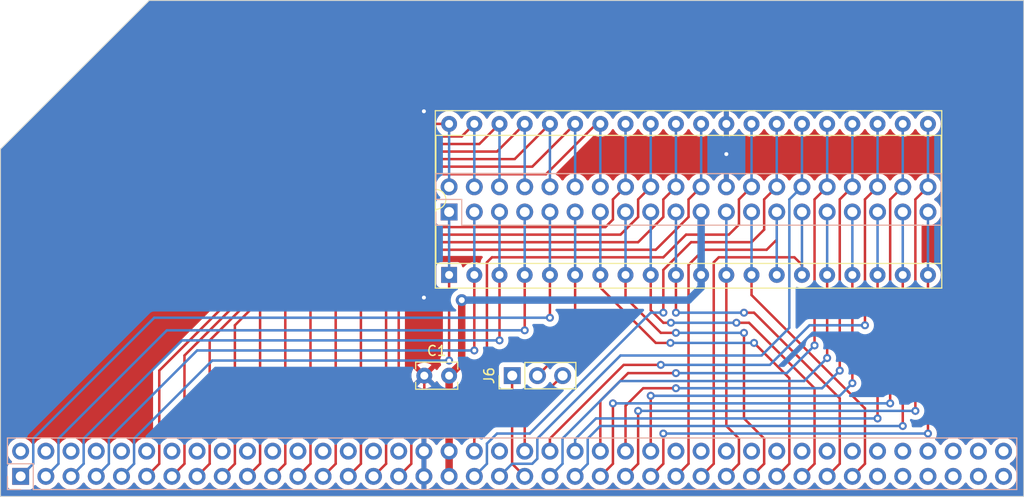
<source format=kicad_pcb>
(kicad_pcb (version 20221018) (generator pcbnew)
  (layers (0 "F.Cu" signal) (31 "B.Cu" signal) (34 "B.Paste" user) (35 "F.Paste" user) (36 "B.SilkS" user "B.Silkscreen") (37 "F.SilkS" user "F.Silkscreen") (38 "B.Mask" user) (39 "F.Mask" user) (44 "Edge.Cuts" user))
  (net 0 "")
  (net 18 "Net-(J2-~{CLK})")
  (net 19 "/D4")
  (net 20 "/D3")
  (net 21 "/D5")
  (net 22 "/D6")
  (net 23 "/D2")
  (net 24 "/D7")
  (net 25 "/D0")
  (net 26 "/D1")
  (net 27 "/A11")
  (net 28 "/A10")
  (net 29 "/A12")
  (net 30 "/A9")
  (net 31 "/A13")
  (net 32 "/A8")
  (net 33 "/A14")
  (net 34 "/A7")
  (net 35 "/A15")
  (net 36 "/A6")
  (net 37 "/A5")
  (net 38 "/A4")
  (net 39 "/A3")
  (net 40 "/A2")
  (net 41 "/A1")
  (net 42 "/A0")
  (net 43 "Net-(J1-~{CLK})")
  (net 44 "GND")
  (net 45 "VCC")
  (net 46 "Net-(J1-~{RFSH})")
  (net 47 "Net-(J1-~{M1})")
  (net 48 "Net-(J1-~{RESET})")
  (net 49 "Net-(J1-~{INT})")
  (net 50 "Net-(J1-~{BUSRQ})")
  (net 51 "Net-(J1-~{NMI})")
  (net 52 "Net-(J1-~{WAIT})")
  (net 53 "Net-(J1-~{HALT})")
  (net 54 "Net-(J1-~{BUSAK})")
  (net 55 "Net-(J1-~{MREQ})")
  (net 56 "Net-(J1-~{WR})")
  (net 57 "Net-(J1-~{IOREQ})")
  (net 58 "Net-(J1-~{RD})")
  (net 59 "Net-(J2-~{CLK2})")
  (footprint "Connector_PinHeader_2.54mm:PinHeader_1x03_P2.54mm_Vertical" (layer "F.Cu") (at 138.445 91.44 90)
    (fp_text reference "J6" (at 0 -2.33 90) (layer "F.SilkS"))
    (fp_text value "Conn_01x03_Pin" hide)
    (fp_line (start -1.33 -1.33) (end 0 -1.33) (stroke (width 0.12)) (layer "F.SilkS"))
    (fp_line (start -1.33 0) (end -1.33 -1.33) (stroke (width 0.12)) (layer "F.SilkS"))
    (fp_line (start -1.33 1.27) (end -1.33 6.41) (stroke (width 0.12)) (layer "F.SilkS"))
    (fp_line (start -1.33 1.27) (end 1.33 1.27) (stroke (width 0.12)) (layer "F.SilkS"))
    (fp_line (start -1.33 6.41) (end 1.33 6.41) (stroke (width 0.12)) (layer "F.SilkS"))
    (fp_line (start 1.33 1.27) (end 1.33 6.41) (stroke (width 0.12)) (layer "F.SilkS"))
    (pad "1" thru_hole rect (at 0 0 90) (size 1.7 1.7) (drill 1) (layers "*.Cu" "*.Mask") (net 18 "Net-(J2-~{CLK})"))
    (pad "2" thru_hole oval (at 0 2.54 90) (size 1.7 1.7) (drill 1) (layers "*.Cu" "*.Mask") (net 43 "Net-(J1-~{CLK})"))
    (pad "3" thru_hole oval (at 0 5.08 90) (size 1.7 1.7) (drill 1) (layers "*.Cu" "*.Mask") (net 59 "Net-(J2-~{CLK2})"))
  )
  (footprint "Capacitor_THT:C_Rect_L4.0mm_W2.5mm_P2.50mm" (layer "F.Cu") (at 129.58 91.44)
    (fp_text reference "C1" (at 1.25 -2.5) (layer "F.SilkS"))
    (fp_text value "100n")
    (fp_line (start -0.87 -1.37) (end -0.87 -0.665) (stroke (width 0.12)) (layer "F.SilkS"))
    (fp_line (start -0.87 -1.37) (end 3.37 -1.37) (stroke (width 0.12)) (layer "F.SilkS"))
    (fp_line (start -0.87 0.665) (end -0.87 1.37) (stroke (width 0.12)) (layer "F.SilkS"))
    (fp_line (start -0.87 1.37) (end 3.37 1.37) (stroke (width 0.12)) (layer "F.SilkS"))
    (fp_line (start 3.37 -1.37) (end 3.37 -0.665) (stroke (width 0.12)) (layer "F.SilkS"))
    (fp_line (start 3.37 0.665) (end 3.37 1.37) (stroke (width 0.12)) (layer "F.SilkS"))
    (pad "1" thru_hole circle (at 0 0) (size 1.6 1.6) (drill 0.8) (layers "*.Cu" "*.Mask") (net 44 "GND"))
    (pad "2" thru_hole circle (at 2.5 0) (size 1.6 1.6) (drill 0.8) (layers "*.Cu" "*.Mask") (net 45 "VCC"))
  )
  (footprint "Package_DIP:DIP-40_W15.24mm_Socket" (layer "F.Cu") (at 132.08 81.28 90)
    (fp_text reference "U1" hide)
    (fp_text value "Z80CPU" hide)
    (fp_line (start -1.33 -1.39) (end -1.33 49.65) (stroke (width 0.12)) (layer "F.SilkS"))
    (fp_line (start -1.33 49.65) (end 16.57 49.65) (stroke (width 0.12)) (layer "F.SilkS"))
    (fp_line (start 1.16 -1.33) (end 1.16 49.59) (stroke (width 0.12)) (layer "F.SilkS"))
    (fp_line (start 1.16 49.59) (end 14.08 49.59) (stroke (width 0.12)) (layer "F.SilkS"))
    (fp_line (start 6.62 -1.33) (end 1.16 -1.33) (stroke (width 0.12)) (layer "F.SilkS"))
    (fp_line (start 14.08 -1.33) (end 8.62 -1.33) (stroke (width 0.12)) (layer "F.SilkS"))
    (fp_line (start 14.08 49.59) (end 14.08 -1.33) (stroke (width 0.12)) (layer "F.SilkS"))
    (fp_line (start 16.57 -1.39) (end -1.33 -1.39) (stroke (width 0.12)) (layer "F.SilkS"))
    (fp_line (start 16.57 49.65) (end 16.57 -1.39) (stroke (width 0.12)) (layer "F.SilkS"))
    (fp_arc (start 8.62 -1.33) (mid 7.62 -0.33) (end 6.62 -1.33) (stroke (width 0.12)) (layer "F.SilkS"))
    (pad "1" thru_hole rect (at 0 0 90) (size 1.6 1.6) (drill 0.8) (layers "*.Cu" "*.Mask") (net 27 "/A11"))
    (pad "2" thru_hole oval (at 0 2.54 90) (size 1.6 1.6) (drill 0.8) (layers "*.Cu" "*.Mask") (net 29 "/A12"))
    (pad "3" thru_hole oval (at 0 5.08 90) (size 1.6 1.6) (drill 0.8) (layers "*.Cu" "*.Mask") (net 31 "/A13"))
    (pad "4" thru_hole oval (at 0 7.62 90) (size 1.6 1.6) (drill 0.8) (layers "*.Cu" "*.Mask") (net 33 "/A14"))
    (pad "5" thru_hole oval (at 0 10.16 90) (size 1.6 1.6) (drill 0.8) (layers "*.Cu" "*.Mask") (net 35 "/A15"))
    (pad "6" thru_hole oval (at 0 12.7 90) (size 1.6 1.6) (drill 0.8) (layers "*.Cu" "*.Mask") (net 43 "Net-(J1-~{CLK})"))
    (pad "7" thru_hole oval (at 0 15.24 90) (size 1.6 1.6) (drill 0.8) (layers "*.Cu" "*.Mask") (net 19 "/D4"))
    (pad "8" thru_hole oval (at 0 17.78 90) (size 1.6 1.6) (drill 0.8) (layers "*.Cu" "*.Mask") (net 20 "/D3"))
    (pad "9" thru_hole oval (at 0 20.32 90) (size 1.6 1.6) (drill 0.8) (layers "*.Cu" "*.Mask") (net 21 "/D5"))
    (pad "10" thru_hole oval (at 0 22.86 90) (size 1.6 1.6) (drill 0.8) (layers "*.Cu" "*.Mask") (net 22 "/D6"))
    (pad "11" thru_hole oval (at 0 25.4 90) (size 1.6 1.6) (drill 0.8) (layers "*.Cu" "*.Mask") (net 45 "VCC"))
    (pad "12" thru_hole oval (at 0 27.94 90) (size 1.6 1.6) (drill 0.8) (layers "*.Cu" "*.Mask") (net 23 "/D2"))
    (pad "13" thru_hole oval (at 0 30.48 90) (size 1.6 1.6) (drill 0.8) (layers "*.Cu" "*.Mask") (net 24 "/D7"))
    (pad "14" thru_hole oval (at 0 33.02 90) (size 1.6 1.6) (drill 0.8) (layers "*.Cu" "*.Mask") (net 25 "/D0"))
    (pad "15" thru_hole oval (at 0 35.56 90) (size 1.6 1.6) (drill 0.8) (layers "*.Cu" "*.Mask") (net 26 "/D1"))
    (pad "16" thru_hole oval (at 0 38.1 90) (size 1.6 1.6) (drill 0.8) (layers "*.Cu" "*.Mask") (net 49 "Net-(J1-~{INT})"))
    (pad "17" thru_hole oval (at 0 40.64 90) (size 1.6 1.6) (drill 0.8) (layers "*.Cu" "*.Mask") (net 51 "Net-(J1-~{NMI})"))
    (pad "18" thru_hole oval (at 0 43.18 90) (size 1.6 1.6) (drill 0.8) (layers "*.Cu" "*.Mask") (net 53 "Net-(J1-~{HALT})"))
    (pad "19" thru_hole oval (at 0 45.72 90) (size 1.6 1.6) (drill 0.8) (layers "*.Cu" "*.Mask") (net 55 "Net-(J1-~{MREQ})"))
    (pad "20" thru_hole oval (at 0 48.26 90) (size 1.6 1.6) (drill 0.8) (layers "*.Cu" "*.Mask") (net 57 "Net-(J1-~{IOREQ})"))
    (pad "21" thru_hole oval (at 15.24 48.26 90) (size 1.6 1.6) (drill 0.8) (layers "*.Cu" "*.Mask") (net 58 "Net-(J1-~{RD})"))
    (pad "22" thru_hole oval (at 15.24 45.72 90) (size 1.6 1.6) (drill 0.8) (layers "*.Cu" "*.Mask") (net 56 "Net-(J1-~{WR})"))
    (pad "23" thru_hole oval (at 15.24 43.18 90) (size 1.6 1.6) (drill 0.8) (layers "*.Cu" "*.Mask") (net 54 "Net-(J1-~{BUSAK})"))
    (pad "24" thru_hole oval (at 15.24 40.64 90) (size 1.6 1.6) (drill 0.8) (layers "*.Cu" "*.Mask") (net 52 "Net-(J1-~{WAIT})"))
    (pad "25" thru_hole oval (at 15.24 38.1 90) (size 1.6 1.6) (drill 0.8) (layers "*.Cu" "*.Mask") (net 50 "Net-(J1-~{BUSRQ})"))
    (pad "26" thru_hole oval (at 15.24 35.56 90) (size 1.6 1.6) (drill 0.8) (layers "*.Cu" "*.Mask") (net 48 "Net-(J1-~{RESET})"))
    (pad "27" thru_hole oval (at 15.24 33.02 90) (size 1.6 1.6) (drill 0.8) (layers "*.Cu" "*.Mask") (net 47 "Net-(J1-~{M1})"))
    (pad "28" thru_hole oval (at 15.24 30.48 90) (size 1.6 1.6) (drill 0.8) (layers "*.Cu" "*.Mask") (net 46 "Net-(J1-~{RFSH})"))
    (pad "29" thru_hole oval (at 15.24 27.94 90) (size 1.6 1.6) (drill 0.8) (layers "*.Cu" "*.Mask") (net 44 "GND"))
    (pad "30" thru_hole oval (at 15.24 25.4 90) (size 1.6 1.6) (drill 0.8) (layers "*.Cu" "*.Mask") (net 42 "/A0"))
    (pad "31" thru_hole oval (at 15.24 22.86 90) (size 1.6 1.6) (drill 0.8) (layers "*.Cu" "*.Mask") (net 41 "/A1"))
    (pad "32" thru_hole oval (at 15.24 20.32 90) (size 1.6 1.6) (drill 0.8) (layers "*.Cu" "*.Mask") (net 40 "/A2"))
    (pad "33" thru_hole oval (at 15.24 17.78 90) (size 1.6 1.6) (drill 0.8) (layers "*.Cu" "*.Mask") (net 39 "/A3"))
    (pad "34" thru_hole oval (at 15.24 15.24 90) (size 1.6 1.6) (drill 0.8) (layers "*.Cu" "*.Mask") (net 38 "/A4"))
    (pad "35" thru_hole oval (at 15.24 12.7 90) (size 1.6 1.6) (drill 0.8) (layers "*.Cu" "*.Mask") (net 37 "/A5"))
    (pad "36" thru_hole oval (at 15.24 10.16 90) (size 1.6 1.6) (drill 0.8) (layers "*.Cu" "*.Mask") (net 36 "/A6"))
    (pad "37" thru_hole oval (at 15.24 7.62 90) (size 1.6 1.6) (drill 0.8) (layers "*.Cu" "*.Mask") (net 34 "/A7"))
    (pad "38" thru_hole oval (at 15.24 5.08 90) (size 1.6 1.6) (drill 0.8) (layers "*.Cu" "*.Mask") (net 32 "/A8"))
    (pad "39" thru_hole oval (at 15.24 2.54 90) (size 1.6 1.6) (drill 0.8) (layers "*.Cu" "*.Mask") (net 30 "/A9"))
    (pad "40" thru_hole oval (at 15.24 0 90) (size 1.6 1.6) (drill 0.8) (layers "*.Cu" "*.Mask") (net 28 "/A10"))
  )
  (footprint "Connector_PinSocket_2.54mm:PinSocket_2x20_P2.54mm_Vertical" (layer "B.Cu") (at 132.08 74.93 -90)
    (fp_text reference "J1" hide)
    (fp_text value "Z80_Header" hide)
    (fp_line (start -3.87 -49.59) (end 1.33 -49.59) (stroke (width 0.12)) (layer "B.SilkS"))
    (fp_line (start -3.87 1.33) (end -3.87 -49.59) (stroke (width 0.12)) (layer "B.SilkS"))
    (fp_line (start -3.87 1.33) (end -1.27 1.33) (stroke (width 0.12)) (layer "B.SilkS"))
    (fp_line (start -1.27 -1.27) (end 1.33 -1.27) (stroke (width 0.12)) (layer "B.SilkS"))
    (fp_line (start -1.27 1.33) (end -1.27 -1.27) (stroke (width 0.12)) (layer "B.SilkS"))
    (fp_line (start 0 1.33) (end 1.33 1.33) (stroke (width 0.12)) (layer "B.SilkS"))
    (fp_line (start 1.33 -1.27) (end 1.33 -49.59) (stroke (width 0.12)) (layer "B.SilkS"))
    (fp_line (start 1.33 1.33) (end 1.33 0) (stroke (width 0.12)) (layer "B.SilkS"))
    (pad "1" thru_hole rect (at 0 0 270) (size 1.7 1.7) (drill 1) (layers "*.Cu" "*.Mask") (net 27 "/A11"))
    (pad "2" thru_hole oval (at -2.54 0 270) (size 1.7 1.7) (drill 1) (layers "*.Cu" "*.Mask") (net 28 "/A10"))
    (pad "3" thru_hole oval (at 0 -2.54 270) (size 1.7 1.7) (drill 1) (layers "*.Cu" "*.Mask") (net 29 "/A12"))
    (pad "4" thru_hole oval (at -2.54 -2.54 270) (size 1.7 1.7) (drill 1) (layers "*.Cu" "*.Mask") (net 30 "/A9"))
    (pad "5" thru_hole oval (at 0 -5.08 270) (size 1.7 1.7) (drill 1) (layers "*.Cu" "*.Mask") (net 31 "/A13"))
    (pad "6" thru_hole oval (at -2.54 -5.08 270) (size 1.7 1.7) (drill 1) (layers "*.Cu" "*.Mask") (net 32 "/A8"))
    (pad "7" thru_hole oval (at 0 -7.62 270) (size 1.7 1.7) (drill 1) (layers "*.Cu" "*.Mask") (net 33 "/A14"))
    (pad "8" thru_hole oval (at -2.54 -7.62 270) (size 1.7 1.7) (drill 1) (layers "*.Cu" "*.Mask") (net 34 "/A7"))
    (pad "9" thru_hole oval (at 0 -10.16 270) (size 1.7 1.7) (drill 1) (layers "*.Cu" "*.Mask") (net 35 "/A15"))
    (pad "10" thru_hole oval (at -2.54 -10.16 270) (size 1.7 1.7) (drill 1) (layers "*.Cu" "*.Mask") (net 36 "/A6"))
    (pad "11" thru_hole oval (at 0 -12.7 270) (size 1.7 1.7) (drill 1) (layers "*.Cu" "*.Mask") (net 43 "Net-(J1-~{CLK})"))
    (pad "12" thru_hole oval (at -2.54 -12.7 270) (size 1.7 1.7) (drill 1) (layers "*.Cu" "*.Mask") (net 37 "/A5"))
    (pad "13" thru_hole oval (at 0 -15.24 270) (size 1.7 1.7) (drill 1) (layers "*.Cu" "*.Mask") (net 19 "/D4"))
    (pad "14" thru_hole oval (at -2.54 -15.24 270) (size 1.7 1.7) (drill 1) (layers "*.Cu" "*.Mask") (net 38 "/A4"))
    (pad "15" thru_hole oval (at 0 -17.78 270) (size 1.7 1.7) (drill 1) (layers "*.Cu" "*.Mask") (net 20 "/D3"))
    (pad "16" thru_hole oval (at -2.54 -17.78 270) (size 1.7 1.7) (drill 1) (layers "*.Cu" "*.Mask") (net 39 "/A3"))
    (pad "17" thru_hole oval (at 0 -20.32 270) (size 1.7 1.7) (drill 1) (layers "*.Cu" "*.Mask") (net 21 "/D5"))
    (pad "18" thru_hole oval (at -2.54 -20.32 270) (size 1.7 1.7) (drill 1) (layers "*.Cu" "*.Mask") (net 40 "/A2"))
    (pad "19" thru_hole oval (at 0 -22.86 270) (size 1.7 1.7) (drill 1) (layers "*.Cu" "*.Mask") (net 22 "/D6"))
    (pad "20" thru_hole oval (at -2.54 -22.86 270) (size 1.7 1.7) (drill 1) (layers "*.Cu" "*.Mask") (net 41 "/A1"))
    (pad "21" thru_hole oval (at 0 -25.4 270) (size 1.7 1.7) (drill 1) (layers "*.Cu" "*.Mask") (net 45 "VCC"))
    (pad "22" thru_hole oval (at -2.54 -25.4 270) (size 1.7 1.7) (drill 1) (layers "*.Cu" "*.Mask") (net 42 "/A0"))
    (pad "23" thru_hole oval (at 0 -27.94 270) (size 1.7 1.7) (drill 1) (layers "*.Cu" "*.Mask") (net 23 "/D2"))
    (pad "24" thru_hole oval (at -2.54 -27.94 270) (size 1.7 1.7) (drill 1) (layers "*.Cu" "*.Mask") (net 44 "GND"))
    (pad "25" thru_hole oval (at 0 -30.48 270) (size 1.7 1.7) (drill 1) (layers "*.Cu" "*.Mask") (net 24 "/D7"))
    (pad "26" thru_hole oval (at -2.54 -30.48 270) (size 1.7 1.7) (drill 1) (layers "*.Cu" "*.Mask") (net 46 "Net-(J1-~{RFSH})"))
    (pad "27" thru_hole oval (at 0 -33.02 270) (size 1.7 1.7) (drill 1) (layers "*.Cu" "*.Mask") (net 25 "/D0"))
    (pad "28" thru_hole oval (at -2.54 -33.02 270) (size 1.7 1.7) (drill 1) (layers "*.Cu" "*.Mask") (net 47 "Net-(J1-~{M1})"))
    (pad "29" thru_hole oval (at 0 -35.56 270) (size 1.7 1.7) (drill 1) (layers "*.Cu" "*.Mask") (net 26 "/D1"))
    (pad "30" thru_hole oval (at -2.54 -35.56 270) (size 1.7 1.7) (drill 1) (layers "*.Cu" "*.Mask") (net 48 "Net-(J1-~{RESET})"))
    (pad "31" thru_hole oval (at 0 -38.1 270) (size 1.7 1.7) (drill 1) (layers "*.Cu" "*.Mask") (net 49 "Net-(J1-~{INT})"))
    (pad "32" thru_hole oval (at -2.54 -38.1 270) (size 1.7 1.7) (drill 1) (layers "*.Cu" "*.Mask") (net 50 "Net-(J1-~{BUSRQ})"))
    (pad "33" thru_hole oval (at 0 -40.64 270) (size 1.7 1.7) (drill 1) (layers "*.Cu" "*.Mask") (net 51 "Net-(J1-~{NMI})"))
    (pad "34" thru_hole oval (at -2.54 -40.64 270) (size 1.7 1.7) (drill 1) (layers "*.Cu" "*.Mask") (net 52 "Net-(J1-~{WAIT})"))
    (pad "35" thru_hole oval (at 0 -43.18 270) (size 1.7 1.7) (drill 1) (layers "*.Cu" "*.Mask") (net 53 "Net-(J1-~{HALT})"))
    (pad "36" thru_hole oval (at -2.54 -43.18 270) (size 1.7 1.7) (drill 1) (layers "*.Cu" "*.Mask") (net 54 "Net-(J1-~{BUSAK})"))
    (pad "37" thru_hole oval (at 0 -45.72 270) (size 1.7 1.7) (drill 1) (layers "*.Cu" "*.Mask") (net 55 "Net-(J1-~{MREQ})"))
    (pad "38" thru_hole oval (at -2.54 -45.72 270) (size 1.7 1.7) (drill 1) (layers "*.Cu" "*.Mask") (net 56 "Net-(J1-~{WR})"))
    (pad "39" thru_hole oval (at 0 -48.26 270) (size 1.7 1.7) (drill 1) (layers "*.Cu" "*.Mask") (net 57 "Net-(J1-~{IOREQ})"))
    (pad "40" thru_hole oval (at -2.54 -48.26 270) (size 1.7 1.7) (drill 1) (layers "*.Cu" "*.Mask") (net 58 "Net-(J1-~{RD})"))
  )
  (footprint "Connector_PinSocket_2.54mm:PinSocket_2x40_P2.54mm_Vertical" (layer "B.Cu") (at 88.9 101.6 -90)
    (fp_text reference "J2" hide)
    (fp_text value "Z80_RC2014_Bus" hide)
    (fp_line (start -3.87 -100.39) (end 1.33 -100.39) (stroke (width 0.12)) (layer "B.SilkS"))
    (fp_line (start -3.87 1.33) (end -3.87 -100.39) (stroke (width 0.12)) (layer "B.SilkS"))
    (fp_line (start -3.87 1.33) (end -1.27 1.33) (stroke (width 0.12)) (layer "B.SilkS"))
    (fp_line (start -1.27 -1.27) (end 1.33 -1.27) (stroke (width 0.12)) (layer "B.SilkS"))
    (fp_line (start -1.27 1.33) (end -1.27 -1.27) (stroke (width 0.12)) (layer "B.SilkS"))
    (fp_line (start 0 1.33) (end 1.33 1.33) (stroke (width 0.12)) (layer "B.SilkS"))
    (fp_line (start 1.33 -1.27) (end 1.33 -100.39) (stroke (width 0.12)) (layer "B.SilkS"))
    (fp_line (start 1.33 1.33) (end 1.33 0) (stroke (width 0.12)) (layer "B.SilkS"))
    (pad "1" thru_hole rect (at 0 0 270) (size 1.7 1.7) (drill 1) (layers "*.Cu" "*.Mask") (net 35 "/A15"))
    (pad "2" thru_hole oval (at -2.54 0 270) (size 1.7 1.7) (drill 1) (layers "*.Cu" "*.Mask"))
    (pad "3" thru_hole oval (at 0 -2.54 270) (size 1.7 1.7) (drill 1) (layers "*.Cu" "*.Mask") (net 33 "/A14"))
    (pad "4" thru_hole oval (at -2.54 -2.54 270) (size 1.7 1.7) (drill 1) (layers "*.Cu" "*.Mask"))
    (pad "5" thru_hole oval (at 0 -5.08 270) (size 1.7 1.7) (drill 1) (layers "*.Cu" "*.Mask") (net 31 "/A13"))
    (pad "6" thru_hole oval (at -2.54 -5.08 270) (size 1.7 1.7) (drill 1) (layers "*.Cu" "*.Mask"))
    (pad "7" thru_hole oval (at 0 -7.62 270) (size 1.7 1.7) (drill 1) (layers "*.Cu" "*.Mask") (net 29 "/A12"))
    (pad "8" thru_hole oval (at -2.54 -7.62 270) (size 1.7 1.7) (drill 1) (layers "*.Cu" "*.Mask"))
    (pad "9" thru_hole oval (at 0 -10.16 270) (size 1.7 1.7) (drill 1) (layers "*.Cu" "*.Mask") (net 27 "/A11"))
    (pad "10" thru_hole oval (at -2.54 -10.16 270) (size 1.7 1.7) (drill 1) (layers "*.Cu" "*.Mask"))
    (pad "11" thru_hole oval (at 0 -12.7 270) (size 1.7 1.7) (drill 1) (layers "*.Cu" "*.Mask") (net 28 "/A10"))
    (pad "12" thru_hole oval (at -2.54 -12.7 270) (size 1.7 1.7) (drill 1) (layers "*.Cu" "*.Mask"))
    (pad "13" thru_hole oval (at 0 -15.24 270) (size 1.7 1.7) (drill 1) (layers "*.Cu" "*.Mask") (net 30 "/A9"))
    (pad "14" thru_hole oval (at -2.54 -15.24 270) (size 1.7 1.7) (drill 1) (layers "*.Cu" "*.Mask"))
    (pad "15" thru_hole oval (at 0 -17.78 270) (size 1.7 1.7) (drill 1) (layers "*.Cu" "*.Mask") (net 32 "/A8"))
    (pad "16" thru_hole oval (at -2.54 -17.78 270) (size 1.7 1.7) (drill 1) (layers "*.Cu" "*.Mask"))
    (pad "17" thru_hole oval (at 0 -20.32 270) (size 1.7 1.7) (drill 1) (layers "*.Cu" "*.Mask") (net 34 "/A7"))
    (pad "18" thru_hole oval (at -2.54 -20.32 270) (size 1.7 1.7) (drill 1) (layers "*.Cu" "*.Mask"))
    (pad "19" thru_hole oval (at 0 -22.86 270) (size 1.7 1.7) (drill 1) (layers "*.Cu" "*.Mask") (net 36 "/A6"))
    (pad "20" thru_hole oval (at -2.54 -22.86 270) (size 1.7 1.7) (drill 1) (layers "*.Cu" "*.Mask"))
    (pad "21" thru_hole oval (at 0 -25.4 270) (size 1.7 1.7) (drill 1) (layers "*.Cu" "*.Mask") (net 37 "/A5"))
    (pad "22" thru_hole oval (at -2.54 -25.4 270) (size 1.7 1.7) (drill 1) (layers "*.Cu" "*.Mask"))
    (pad "23" thru_hole oval (at 0 -27.94 270) (size 1.7 1.7) (drill 1) (layers "*.Cu" "*.Mask") (net 38 "/A4"))
    (pad "24" thru_hole oval (at -2.54 -27.94 270) (size 1.7 1.7) (drill 1) (layers "*.Cu" "*.Mask"))
    (pad "25" thru_hole oval (at 0 -30.48 270) (size 1.7 1.7) (drill 1) (layers "*.Cu" "*.Mask") (net 39 "/A3"))
    (pad "26" thru_hole oval (at -2.54 -30.48 270) (size 1.7 1.7) (drill 1) (layers "*.Cu" "*.Mask"))
    (pad "27" thru_hole oval (at 0 -33.02 270) (size 1.7 1.7) (drill 1) (layers "*.Cu" "*.Mask") (net 40 "/A2"))
    (pad "28" thru_hole oval (at -2.54 -33.02 270) (size 1.7 1.7) (drill 1) (layers "*.Cu" "*.Mask"))
    (pad "29" thru_hole oval (at 0 -35.56 270) (size 1.7 1.7) (drill 1) (layers "*.Cu" "*.Mask") (net 41 "/A1"))
    (pad "30" thru_hole oval (at -2.54 -35.56 270) (size 1.7 1.7) (drill 1) (layers "*.Cu" "*.Mask"))
    (pad "31" thru_hole oval (at 0 -38.1 270) (size 1.7 1.7) (drill 1) (layers "*.Cu" "*.Mask") (net 42 "/A0"))
    (pad "32" thru_hole oval (at -2.54 -38.1 270) (size 1.7 1.7) (drill 1) (layers "*.Cu" "*.Mask"))
    (pad "33" thru_hole oval (at 0 -40.64 270) (size 1.7 1.7) (drill 1) (layers "*.Cu" "*.Mask") (net 44 "GND"))
    (pad "34" thru_hole oval (at -2.54 -40.64 270) (size 1.7 1.7) (drill 1) (layers "*.Cu" "*.Mask") (net 44 "GND"))
    (pad "35" thru_hole oval (at 0 -43.18 270) (size 1.7 1.7) (drill 1) (layers "*.Cu" "*.Mask") (net 45 "VCC"))
    (pad "36" thru_hole oval (at -2.54 -43.18 270) (size 1.7 1.7) (drill 1) (layers "*.Cu" "*.Mask") (net 45 "VCC"))
    (pad "37" thru_hole oval (at 0 -45.72 270) (size 1.7 1.7) (drill 1) (layers "*.Cu" "*.Mask") (net 47 "Net-(J1-~{M1})"))
    (pad "38" thru_hole oval (at -2.54 -45.72 270) (size 1.7 1.7) (drill 1) (layers "*.Cu" "*.Mask") (net 46 "Net-(J1-~{RFSH})"))
    (pad "39" thru_hole oval (at 0 -48.26 270) (size 1.7 1.7) (drill 1) (layers "*.Cu" "*.Mask") (net 48 "Net-(J1-~{RESET})"))
    (pad "40" thru_hole oval (at -2.54 -48.26 270) (size 1.7 1.7) (drill 1) (layers "*.Cu" "*.Mask"))
    (pad "41" thru_hole oval (at 0 -50.8 270) (size 1.7 1.7) (drill 1) (layers "*.Cu" "*.Mask") (net 18 "Net-(J2-~{CLK})"))
    (pad "42" thru_hole oval (at -2.54 -50.8 270) (size 1.7 1.7) (drill 1) (layers "*.Cu" "*.Mask") (net 59 "Net-(J2-~{CLK2})"))
    (pad "43" thru_hole oval (at 0 -53.34 270) (size 1.7 1.7) (drill 1) (layers "*.Cu" "*.Mask") (net 49 "Net-(J1-~{INT})"))
    (pad "44" thru_hole oval (at -2.54 -53.34 270) (size 1.7 1.7) (drill 1) (layers "*.Cu" "*.Mask") (net 54 "Net-(J1-~{BUSAK})"))
    (pad "45" thru_hole oval (at 0 -55.88 270) (size 1.7 1.7) (drill 1) (layers "*.Cu" "*.Mask") (net 55 "Net-(J1-~{MREQ})"))
    (pad "46" thru_hole oval (at -2.54 -55.88 270) (size 1.7 1.7) (drill 1) (layers "*.Cu" "*.Mask") (net 53 "Net-(J1-~{HALT})"))
    (pad "47" thru_hole oval (at 0 -58.42 270) (size 1.7 1.7) (drill 1) (layers "*.Cu" "*.Mask") (net 56 "Net-(J1-~{WR})"))
    (pad "48" thru_hole oval (at -2.54 -58.42 270) (size 1.7 1.7) (drill 1) (layers "*.Cu" "*.Mask") (net 50 "Net-(J1-~{BUSRQ})"))
    (pad "49" thru_hole oval (at 0 -60.96 270) (size 1.7 1.7) (drill 1) (layers "*.Cu" "*.Mask") (net 58 "Net-(J1-~{RD})"))
    (pad "50" thru_hole oval (at -2.54 -60.96 270) (size 1.7 1.7) (drill 1) (layers "*.Cu" "*.Mask") (net 52 "Net-(J1-~{WAIT})"))
    (pad "51" thru_hole oval (at 0 -63.5 270) (size 1.7 1.7) (drill 1) (layers "*.Cu" "*.Mask") (net 57 "Net-(J1-~{IOREQ})"))
    (pad "52" thru_hole oval (at -2.54 -63.5 270) (size 1.7 1.7) (drill 1) (layers "*.Cu" "*.Mask") (net 51 "Net-(J1-~{NMI})"))
    (pad "53" thru_hole oval (at 0 -66.04 270) (size 1.7 1.7) (drill 1) (layers "*.Cu" "*.Mask") (net 25 "/D0"))
    (pad "54" thru_hole oval (at -2.54 -66.04 270) (size 1.7 1.7) (drill 1) (layers "*.Cu" "*.Mask"))
    (pad "55" thru_hole oval (at 0 -68.58 270) (size 1.7 1.7) (drill 1) (layers "*.Cu" "*.Mask") (net 26 "/D1"))
    (pad "56" thru_hole oval (at -2.54 -68.58 270) (size 1.7 1.7) (drill 1) (layers "*.Cu" "*.Mask"))
    (pad "57" thru_hole oval (at 0 -71.12 270) (size 1.7 1.7) (drill 1) (layers "*.Cu" "*.Mask") (net 23 "/D2"))
    (pad "58" thru_hole oval (at -2.54 -71.12 270) (size 1.7 1.7) (drill 1) (layers "*.Cu" "*.Mask"))
    (pad "59" thru_hole oval (at 0 -73.66 270) (size 1.7 1.7) (drill 1) (layers "*.Cu" "*.Mask") (net 20 "/D3"))
    (pad "60" thru_hole oval (at -2.54 -73.66 270) (size 1.7 1.7) (drill 1) (layers "*.Cu" "*.Mask"))
    (pad "61" thru_hole oval (at 0 -76.2 270) (size 1.7 1.7) (drill 1) (layers "*.Cu" "*.Mask") (net 19 "/D4"))
    (pad "62" thru_hole oval (at -2.54 -76.2 270) (size 1.7 1.7) (drill 1) (layers "*.Cu" "*.Mask"))
    (pad "63" thru_hole oval (at 0 -78.74 270) (size 1.7 1.7) (drill 1) (layers "*.Cu" "*.Mask") (net 21 "/D5"))
    (pad "64" thru_hole oval (at -2.54 -78.74 270) (size 1.7 1.7) (drill 1) (layers "*.Cu" "*.Mask"))
    (pad "65" thru_hole oval (at 0 -81.28 270) (size 1.7 1.7) (drill 1) (layers "*.Cu" "*.Mask") (net 22 "/D6"))
    (pad "66" thru_hole oval (at -2.54 -81.28 270) (size 1.7 1.7) (drill 1) (layers "*.Cu" "*.Mask"))
    (pad "67" thru_hole oval (at 0 -83.82 270) (size 1.7 1.7) (drill 1) (layers "*.Cu" "*.Mask") (net 24 "/D7"))
    (pad "68" thru_hole oval (at -2.54 -83.82 270) (size 1.7 1.7) (drill 1) (layers "*.Cu" "*.Mask"))
    (pad "69" thru_hole oval (at 0 -86.36 270) (size 1.7 1.7) (drill 1) (layers "*.Cu" "*.Mask"))
    (pad "70" thru_hole oval (at -2.54 -86.36 270) (size 1.7 1.7) (drill 1) (layers "*.Cu" "*.Mask"))
    (pad "71" thru_hole oval (at 0 -88.9 270) (size 1.7 1.7) (drill 1) (layers "*.Cu" "*.Mask"))
    (pad "72" thru_hole oval (at -2.54 -88.9 270) (size 1.7 1.7) (drill 1) (layers "*.Cu" "*.Mask"))
    (pad "73" thru_hole oval (at 0 -91.44 270) (size 1.7 1.7) (drill 1) (layers "*.Cu" "*.Mask"))
    (pad "74" thru_hole oval (at -2.54 -91.44 270) (size 1.7 1.7) (drill 1) (layers "*.Cu" "*.Mask"))
    (pad "75" thru_hole oval (at 0 -93.98 270) (size 1.7 1.7) (drill 1) (layers "*.Cu" "*.Mask"))
    (pad "76" thru_hole oval (at -2.54 -93.98 270) (size 1.7 1.7) (drill 1) (layers "*.Cu" "*.Mask"))
    (pad "77" thru_hole oval (at 0 -96.52 270) (size 1.7 1.7) (drill 1) (layers "*.Cu" "*.Mask"))
    (pad "78" thru_hole oval (at -2.54 -96.52 270) (size 1.7 1.7) (drill 1) (layers "*.Cu" "*.Mask"))
    (pad "79" thru_hole oval (at 0 -99.06 270) (size 1.7 1.7) (drill 1) (layers "*.Cu" "*.Mask"))
    (pad "80" thru_hole oval (at -2.54 -99.06 270) (size 1.7 1.7) (drill 1) (layers "*.Cu" "*.Mask"))
  )
  (gr_line (start 86.868 103.632) (end 86.868 68.58) (stroke (width 0.1)) (layer "Edge.Cuts"))
  (gr_line (start 101.854 53.594) (end 86.868 68.58) (stroke (width 0.1)) (layer "Edge.Cuts"))
  (gr_line (start 86.868 103.632) (end 189.992 103.632) (stroke (width 0.1)) (layer "Edge.Cuts"))
  (gr_line (start 189.992 103.632) (end 189.992 53.594) (stroke (width 0.1)) (layer "Edge.Cuts"))
  (gr_line (start 189.992 53.594) (end 101.854 53.594) (stroke (width 0.1)) (layer "Edge.Cuts"))
  (segment (start 138.43 100.33) (end 139.7 101.6) (width 0.25) (layer "F.Cu") (net 18))
  (segment (start 138.43 91.44) (end 138.43 100.33) (width 0.25) (layer "F.Cu") (net 18))
  (segment (start 166.37 91.694) (end 166.37 100.33) (width 0.25) (layer "F.Cu") (net 19))
  (segment (start 152.908 88.138) (end 147.32 82.55) (width 0.25) (layer "F.Cu") (net 19))
  (segment (start 162.814 88.138) (end 166.37 91.694) (width 0.25) (layer "F.Cu") (net 19))
  (segment (start 147.32 82.55) (end 147.32 81.28) (width 0.25) (layer "F.Cu") (net 19))
  (segment (start 154.385299 88.138) (end 152.908 88.138) (width 0.25) (layer "F.Cu") (net 19))
  (segment (start 166.37 100.33) (end 165.1 101.6) (width 0.25) (layer "F.Cu") (net 19))
  (via (at 162.814 88.138) (size 0.8) (drill 0.4) (layers "F.Cu" "B.Cu") (net 19))
  (via (at 154.385299 88.138) (size 0.8) (drill 0.4) (layers "F.Cu" "B.Cu") (net 19))
  (segment (start 147.32 81.28) (end 147.32 74.93) (width 0.25) (layer "B.Cu") (net 19))
  (segment (start 162.814 88.138) (end 154.385299 88.138) (width 0.25) (layer "B.Cu") (net 19))
  (segment (start 163.83 97.79) (end 163.83 100.33) (width 0.25) (layer "F.Cu") (net 20))
  (segment (start 154.94 87.122) (end 153.416 87.122) (width 0.25) (layer "F.Cu") (net 20))
  (segment (start 163.83 100.33) (end 162.56 101.6) (width 0.25) (layer "F.Cu") (net 20))
  (segment (start 161.798 87.122) (end 161.798 95.758) (width 0.25) (layer "F.Cu") (net 20))
  (segment (start 161.798 95.758) (end 163.83 97.79) (width 0.25) (layer "F.Cu") (net 20))
  (segment (start 149.86 83.566) (end 149.86 81.28) (width 0.25) (layer "F.Cu") (net 20))
  (segment (start 153.416 87.122) (end 149.86 83.566) (width 0.25) (layer "F.Cu") (net 20))
  (via (at 161.798 87.122) (size 0.8) (drill 0.4) (layers "F.Cu" "B.Cu") (net 20))
  (via (at 154.94 87.122) (size 0.8) (drill 0.4) (layers "F.Cu" "B.Cu") (net 20))
  (segment (start 161.798 87.122) (end 154.94 87.122) (width 0.25) (layer "B.Cu") (net 20))
  (segment (start 149.86 74.93) (end 149.86 81.28) (width 0.25) (layer "B.Cu") (net 20))
  (segment (start 162.306 86.106) (end 168.91 92.71) (width 0.25) (layer "F.Cu") (net 21))
  (segment (start 153.67 86.106) (end 152.4 84.836) (width 0.25) (layer "F.Cu") (net 21))
  (segment (start 168.91 92.71) (end 168.91 100.33) (width 0.25) (layer "F.Cu") (net 21))
  (segment (start 152.4 84.836) (end 152.4 81.28) (width 0.25) (layer "F.Cu") (net 21))
  (segment (start 168.91 100.33) (end 167.64 101.6) (width 0.25) (layer "F.Cu") (net 21))
  (segment (start 154.432 86.106) (end 153.67 86.106) (width 0.25) (layer "F.Cu") (net 21))
  (segment (start 161.036 86.106) (end 162.306 86.106) (width 0.25) (layer "F.Cu") (net 21))
  (via (at 154.432 86.106) (size 0.8) (drill 0.4) (layers "F.Cu" "B.Cu") (net 21))
  (via (at 161.036 86.106) (size 0.8) (drill 0.4) (layers "F.Cu" "B.Cu") (net 21))
  (segment (start 152.4 81.28) (end 152.4 74.93) (width 0.25) (layer "B.Cu") (net 21))
  (segment (start 161.036 86.106) (end 154.432 86.106) (width 0.25) (layer "B.Cu") (net 21))
  (segment (start 161.798 85.09) (end 162.814 85.09) (width 0.25) (layer "F.Cu") (net 22))
  (segment (start 154.94 85.09) (end 154.94 81.28) (width 0.25) (layer "F.Cu") (net 22))
  (segment (start 171.45 100.33) (end 170.18 101.6) (width 0.25) (layer "F.Cu") (net 22))
  (segment (start 171.45 93.726) (end 171.45 100.33) (width 0.25) (layer "F.Cu") (net 22))
  (segment (start 162.814 85.09) (end 171.45 93.726) (width 0.25) (layer "F.Cu") (net 22))
  (via (at 154.94 85.09) (size 0.8) (drill 0.4) (layers "F.Cu" "B.Cu") (net 22))
  (via (at 161.798 85.09) (size 0.8) (drill 0.4) (layers "F.Cu" "B.Cu") (net 22))
  (segment (start 154.94 74.93) (end 154.94 81.28) (width 0.25) (layer "B.Cu") (net 22))
  (segment (start 161.798 85.09) (end 154.94 85.09) (width 0.25) (layer "B.Cu") (net 22))
  (segment (start 160.02 81.28) (end 160.02 96.52) (width 0.25) (layer "F.Cu") (net 23))
  (segment (start 161.29 97.79) (end 161.29 100.33) (width 0.25) (layer "F.Cu") (net 23))
  (segment (start 160.02 96.52) (end 161.29 97.79) (width 0.25) (layer "F.Cu") (net 23))
  (segment (start 161.29 100.33) (end 160.02 101.6) (width 0.25) (layer "F.Cu") (net 23))
  (segment (start 160.02 81.28) (end 160.02 74.93) (width 0.25) (layer "B.Cu") (net 23))
  (segment (start 173.99 100.33) (end 173.99 94.742) (width 0.25) (layer "F.Cu") (net 24))
  (segment (start 162.56 83.312) (end 162.56 81.28) (width 0.25) (layer "F.Cu") (net 24))
  (segment (start 172.72 101.6) (end 173.99 100.33) (width 0.25) (layer "F.Cu") (net 24))
  (segment (start 173.99 94.742) (end 162.56 83.312) (width 0.25) (layer "F.Cu") (net 24))
  (segment (start 162.56 74.93) (end 162.56 81.28) (width 0.25) (layer "B.Cu") (net 24))
  (segment (start 154.94 101.6) (end 156.21 100.33) (width 0.25) (layer "F.Cu") (net 25))
  (segment (start 156.21 80.264) (end 157.734 78.74) (width 0.25) (layer "F.Cu") (net 25))
  (segment (start 156.21 100.33) (end 156.21 80.264) (width 0.25) (layer "F.Cu") (net 25))
  (segment (start 157.734 78.74) (end 164.084 78.74) (width 0.25) (layer "F.Cu") (net 25))
  (segment (start 165.1 77.724) (end 165.1 74.93) (width 0.25) (layer "F.Cu") (net 25))
  (segment (start 164.084 78.74) (end 165.1 77.724) (width 0.25) (layer "F.Cu") (net 25))
  (segment (start 165.1 81.28) (end 165.1 74.93) (width 0.25) (layer "B.Cu") (net 25))
  (segment (start 166.878 79.502) (end 167.64 80.264) (width 0.25) (layer "F.Cu") (net 26))
  (segment (start 159.258 79.502) (end 166.878 79.502) (width 0.25) (layer "F.Cu") (net 26))
  (segment (start 157.48 101.6) (end 158.75 100.33) (width 0.25) (layer "F.Cu") (net 26))
  (segment (start 158.75 80.01) (end 159.258 79.502) (width 0.25) (layer "F.Cu") (net 26))
  (segment (start 158.75 100.33) (end 158.75 80.01) (width 0.25) (layer "F.Cu") (net 26))
  (segment (start 167.64 80.264) (end 167.64 81.28) (width 0.25) (layer "F.Cu") (net 26))
  (segment (start 167.64 74.93) (end 167.64 81.28) (width 0.25) (layer "B.Cu") (net 26))
  (segment (start 132.08 89.916) (end 132.08 81.28) (width 0.25) (layer "F.Cu") (net 27))
  (via (at 132.08 89.916) (size 0.8) (drill 0.4) (layers "F.Cu" "B.Cu") (net 27))
  (segment (start 100.33 97.79) (end 108.204 89.916) (width 0.25) (layer "B.Cu") (net 27))
  (segment (start 108.204 89.916) (end 132.08 89.916) (width 0.25) (layer "B.Cu") (net 27))
  (segment (start 100.33 100.33) (end 100.33 97.79) (width 0.25) (layer "B.Cu") (net 27))
  (segment (start 99.06 101.6) (end 100.33 100.33) (width 0.25) (layer "B.Cu") (net 27))
  (segment (start 132.08 81.28) (end 132.08 74.93) (width 0.25) (layer "B.Cu") (net 27))
  (segment (start 127.762 66.04) (end 102.87 90.932) (width 0.25) (layer "F.Cu") (net 28))
  (segment (start 102.87 100.33) (end 101.6 101.6) (width 0.25) (layer "F.Cu") (net 28))
  (segment (start 132.08 66.04) (end 127.762 66.04) (width 0.25) (layer "F.Cu") (net 28))
  (segment (start 102.87 90.932) (end 102.87 100.33) (width 0.25) (layer "F.Cu") (net 28))
  (segment (start 132.08 66.04) (end 132.08 72.39) (width 0.25) (layer "B.Cu") (net 28))
  (segment (start 134.62 88.9) (end 134.62 81.28) (width 0.25) (layer "F.Cu") (net 29))
  (via (at 134.62 88.9) (size 0.8) (drill 0.4) (layers "F.Cu" "B.Cu") (net 29))
  (segment (start 134.62 74.93) (end 134.62 81.28) (width 0.25) (layer "B.Cu") (net 29))
  (segment (start 106.68 88.9) (end 134.62 88.9) (width 0.25) (layer "B.Cu") (net 29))
  (segment (start 96.52 101.6) (end 97.79 100.33) (width 0.25) (layer "B.Cu") (net 29))
  (segment (start 97.79 97.79) (end 106.68 88.9) (width 0.25) (layer "B.Cu") (net 29))
  (segment (start 97.79 100.33) (end 97.79 97.79) (width 0.25) (layer "B.Cu") (net 29))
  (segment (start 134.62 66.04) (end 133.35 67.31) (width 0.25) (layer "F.Cu") (net 30))
  (segment (start 127.508 67.31) (end 105.41 89.408) (width 0.25) (layer "F.Cu") (net 30))
  (segment (start 133.35 67.31) (end 127.508 67.31) (width 0.25) (layer "F.Cu") (net 30))
  (segment (start 105.41 89.408) (end 105.41 100.33) (width 0.25) (layer "F.Cu") (net 30))
  (segment (start 105.41 100.33) (end 104.14 101.6) (width 0.25) (layer "F.Cu") (net 30))
  (segment (start 134.62 72.39) (end 134.62 66.04) (width 0.25) (layer "B.Cu") (net 30))
  (segment (start 137.16 87.884) (end 137.16 81.28) (width 0.25) (layer "F.Cu") (net 31))
  (via (at 137.16 87.884) (size 0.8) (drill 0.4) (layers "F.Cu" "B.Cu") (net 31))
  (segment (start 93.98 101.6) (end 95.25 100.33) (width 0.25) (layer "B.Cu") (net 31))
  (segment (start 105.156 87.884) (end 137.16 87.884) (width 0.25) (layer "B.Cu") (net 31))
  (segment (start 95.25 100.33) (end 95.25 97.79) (width 0.25) (layer "B.Cu") (net 31))
  (segment (start 95.25 97.79) (end 105.156 87.884) (width 0.25) (layer "B.Cu") (net 31))
  (segment (start 137.16 81.28) (end 137.16 74.93) (width 0.25) (layer "B.Cu") (net 31))
  (segment (start 107.95 87.884) (end 107.95 100.33) (width 0.25) (layer "F.Cu") (net 32))
  (segment (start 107.95 100.33) (end 106.68 101.6) (width 0.25) (layer "F.Cu") (net 32))
  (segment (start 137.16 66.04) (end 135.128 68.072) (width 0.25) (layer "F.Cu") (net 32))
  (segment (start 135.128 68.072) (end 127.762 68.072) (width 0.25) (layer "F.Cu") (net 32))
  (segment (start 127.762 68.072) (end 107.95 87.884) (width 0.25) (layer "F.Cu") (net 32))
  (segment (start 137.16 66.04) (end 137.16 72.39) (width 0.25) (layer "B.Cu") (net 32))
  (segment (start 139.7 86.868) (end 139.7 81.28) (width 0.25) (layer "F.Cu") (net 33))
  (via (at 139.7 86.868) (size 0.8) (drill 0.4) (layers "F.Cu" "B.Cu") (net 33))
  (segment (start 92.71 97.79) (end 103.632 86.868) (width 0.25) (layer "B.Cu") (net 33))
  (segment (start 92.71 100.33) (end 92.71 97.79) (width 0.25) (layer "B.Cu") (net 33))
  (segment (start 91.44 101.6) (end 92.71 100.33) (width 0.25) (layer "B.Cu") (net 33))
  (segment (start 103.632 86.868) (end 139.7 86.868) (width 0.25) (layer "B.Cu") (net 33))
  (segment (start 139.7 74.93) (end 139.7 81.28) (width 0.25) (layer "B.Cu") (net 33))
  (segment (start 128.016 68.834) (end 110.49 86.36) (width 0.25) (layer "F.Cu") (net 34))
  (segment (start 136.906 68.834) (end 128.016 68.834) (width 0.25) (layer "F.Cu") (net 34))
  (segment (start 110.49 86.36) (end 110.49 100.33) (width 0.25) (layer "F.Cu") (net 34))
  (segment (start 110.49 100.33) (end 109.22 101.6) (width 0.25) (layer "F.Cu") (net 34))
  (segment (start 139.7 66.04) (end 136.906 68.834) (width 0.25) (layer "F.Cu") (net 34))
  (segment (start 139.7 72.39) (end 139.7 66.04) (width 0.25) (layer "B.Cu") (net 34))
  (segment (start 142.24 85.598) (end 142.24 81.28) (width 0.25) (layer "F.Cu") (net 35))
  (via (at 142.24 85.598) (size 0.8) (drill 0.4) (layers "F.Cu" "B.Cu") (net 35))
  (segment (start 102.362 85.598) (end 142.24 85.598) (width 0.25) (layer "B.Cu") (net 35))
  (segment (start 90.17 97.79) (end 102.362 85.598) (width 0.25) (layer "B.Cu") (net 35))
  (segment (start 142.24 81.28) (end 142.24 74.93) (width 0.25) (layer "B.Cu") (net 35))
  (segment (start 88.9 101.6) (end 90.17 100.33) (width 0.25) (layer "B.Cu") (net 35))
  (segment (start 90.17 100.33) (end 90.17 97.79) (width 0.25) (layer "B.Cu") (net 35))
  (segment (start 138.684 69.596) (end 128.27 69.596) (width 0.25) (layer "F.Cu") (net 36))
  (segment (start 142.24 66.04) (end 138.684 69.596) (width 0.25) (layer "F.Cu") (net 36))
  (segment (start 128.27 69.596) (end 113.03 84.836) (width 0.25) (layer "F.Cu") (net 36))
  (segment (start 113.03 84.836) (end 113.03 100.33) (width 0.25) (layer "F.Cu") (net 36))
  (segment (start 113.03 100.33) (end 111.76 101.6) (width 0.25) (layer "F.Cu") (net 36))
  (segment (start 142.24 66.04) (end 142.24 72.39) (width 0.25) (layer "B.Cu") (net 36))
  (segment (start 115.57 83.312) (end 115.57 100.33) (width 0.25) (layer "F.Cu") (net 37))
  (segment (start 128.524 70.358) (end 115.57 83.312) (width 0.25) (layer "F.Cu") (net 37))
  (segment (start 115.57 100.33) (end 114.3 101.6) (width 0.25) (layer "F.Cu") (net 37))
  (segment (start 144.78 66.04) (end 140.462 70.358) (width 0.25) (layer "F.Cu") (net 37))
  (segment (start 140.462 70.358) (end 128.524 70.358) (width 0.25) (layer "F.Cu") (net 37))
  (segment (start 144.78 72.39) (end 144.78 66.04) (width 0.25) (layer "B.Cu") (net 37))
  (segment (start 118.11 81.788) (end 118.11 100.33) (width 0.25) (layer "F.Cu") (net 38))
  (segment (start 146.928299 66.04) (end 141.848299 71.12) (width 0.25) (layer "F.Cu") (net 38))
  (segment (start 128.778 71.12) (end 118.11 81.788) (width 0.25) (layer "F.Cu") (net 38))
  (segment (start 118.11 100.33) (end 116.84 101.6) (width 0.25) (layer "F.Cu") (net 38))
  (segment (start 141.848299 71.12) (end 128.778 71.12) (width 0.25) (layer "F.Cu") (net 38))
  (segment (start 147.32 66.04) (end 146.928299 66.04) (width 0.25) (layer "F.Cu") (net 38))
  (segment (start 147.32 66.04) (end 147.32 72.39) (width 0.25) (layer "B.Cu") (net 38))
  (segment (start 120.65 100.33) (end 119.38 101.6) (width 0.25) (layer "F.Cu") (net 39))
  (segment (start 148.59 73.66) (end 148.59 75.692) (width 0.25) (layer "F.Cu") (net 39))
  (segment (start 128.016 76.454) (end 120.65 83.82) (width 0.25) (layer "F.Cu") (net 39))
  (segment (start 148.59 75.692) (end 147.828 76.454) (width 0.25) (layer "F.Cu") (net 39))
  (segment (start 147.828 76.454) (end 128.016 76.454) (width 0.25) (layer "F.Cu") (net 39))
  (segment (start 120.65 83.82) (end 120.65 100.33) (width 0.25) (layer "F.Cu") (net 39))
  (segment (start 149.86 72.39) (end 148.59 73.66) (width 0.25) (layer "F.Cu") (net 39))
  (segment (start 149.86 72.39) (end 149.86 66.04) (width 0.25) (layer "B.Cu") (net 39))
  (segment (start 152.4 72.39) (end 151.13 73.66) (width 0.25) (layer "F.Cu") (net 40))
  (segment (start 123.19 82.55) (end 123.19 100.33) (width 0.25) (layer "F.Cu") (net 40))
  (segment (start 151.13 75.438) (end 149.352 77.216) (width 0.25) (layer "F.Cu") (net 40))
  (segment (start 123.19 100.33) (end 121.92 101.6) (width 0.25) (layer "F.Cu") (net 40))
  (segment (start 128.524 77.216) (end 123.19 82.55) (width 0.25) (layer "F.Cu") (net 40))
  (segment (start 149.352 77.216) (end 128.524 77.216) (width 0.25) (layer "F.Cu") (net 40))
  (segment (start 151.13 73.66) (end 151.13 75.438) (width 0.25) (layer "F.Cu") (net 40))
  (segment (start 152.4 66.04) (end 152.4 72.39) (width 0.25) (layer "B.Cu") (net 40))
  (segment (start 154.94 72.39) (end 153.67 73.66) (width 0.25) (layer "F.Cu") (net 41))
  (segment (start 129.032 77.978) (end 125.73 81.28) (width 0.25) (layer "F.Cu") (net 41))
  (segment (start 153.67 73.66) (end 153.67 75.438) (width 0.25) (layer "F.Cu") (net 41))
  (segment (start 153.67 75.438) (end 151.13 77.978) (width 0.25) (layer "F.Cu") (net 41))
  (segment (start 125.73 100.33) (end 124.46 101.6) (width 0.25) (layer "F.Cu") (net 41))
  (segment (start 125.73 81.28) (end 125.73 100.33) (width 0.25) (layer "F.Cu") (net 41))
  (segment (start 151.13 77.978) (end 129.032 77.978) (width 0.25) (layer "F.Cu") (net 41))
  (segment (start 154.94 72.39) (end 154.94 66.04) (width 0.25) (layer "B.Cu") (net 41))
  (segment (start 129.54 78.74) (end 127 81.28) (width 0.25) (layer "F.Cu") (net 42))
  (segment (start 127 81.28) (end 127 96.52) (width 0.25) (layer "F.Cu") (net 42))
  (segment (start 156.21 75.438) (end 152.908 78.74) (width 0.25) (layer "F.Cu") (net 42))
  (segment (start 152.908 78.74) (end 129.54 78.74) (width 0.25) (layer "F.Cu") (net 42))
  (segment (start 127 96.52) (end 128.27 97.79) (width 0.25) (layer "F.Cu") (net 42))
  (segment (start 156.21 73.66) (end 156.21 75.438) (width 0.25) (layer "F.Cu") (net 42))
  (segment (start 128.27 97.79) (end 128.27 100.33) (width 0.25) (layer "F.Cu") (net 42))
  (segment (start 128.27 100.33) (end 127 101.6) (width 0.25) (layer "F.Cu") (net 42))
  (segment (start 157.48 72.39) (end 156.21 73.66) (width 0.25) (layer "F.Cu") (net 42))
  (segment (start 157.48 66.04) (end 157.48 72.39) (width 0.25) (layer "B.Cu") (net 42))
  (segment (start 144.78 87.645) (end 140.985 91.44) (width 0.25) (layer "F.Cu") (net 43))
  (segment (start 144.78 81.28) (end 144.78 87.645) (width 0.25) (layer "F.Cu") (net 43))
  (segment (start 144.78 74.93) (end 144.78 81.28) (width 0.25) (layer "B.Cu") (net 43))
  (segment (start 129.54 91.48) (end 129.58 91.44) (width 0.75) (layer "F.Cu") (net 44))
  (segment (start 129.58 91.44) (end 129.58 93.98) (width 0.25) (layer "F.Cu") (net 44))
  (via (at 160.02 69.088) (size 0.8) (drill 0.4) (layers "F.Cu" "B.Cu") (net 44))
  (via (at 129.54 83.566) (size 0.8) (drill 0.4) (layers "F.Cu" "B.Cu") (net 44))
  (via (at 129.54 64.77) (size 0.8) (drill 0.4) (layers "F.Cu" "B.Cu") (net 44))
  (segment (start 132.08 91.44) (end 132.08 101.6) (width 0.75) (layer "F.Cu") (net 45))
  (segment (start 133.35 90.17) (end 132.08 91.44) (width 0.75) (layer "F.Cu") (net 45))
  (segment (start 133.35 83.82) (end 133.35 90.17) (width 0.75) (layer "F.Cu") (net 45))
  (via (at 133.35 83.82) (size 1.2) (drill 0.6) (layers "F.Cu" "B.Cu") (net 45))
  (segment (start 156.21 83.82) (end 157.48 82.55) (width 0.75) (layer "B.Cu") (net 45))
  (segment (start 157.48 82.55) (end 157.48 81.28) (width 0.75) (layer "B.Cu") (net 45))
  (segment (start 133.35 83.82) (end 156.21 83.82) (width 0.75) (layer "B.Cu") (net 45))
  (segment (start 157.48 74.93) (end 157.48 81.28) (width 0.75) (layer "B.Cu") (net 45))
  (segment (start 136.398 79.502) (end 135.89 80.01) (width 0.25) (layer "F.Cu") (net 46))
  (segment (start 162.56 72.39) (end 161.29 73.66) (width 0.25) (layer "F.Cu") (net 46))
  (segment (start 161.29 73.66) (end 161.29 76.2) (width 0.25) (layer "F.Cu") (net 46))
  (segment (start 134.62 97.79) (end 134.62 99.06) (width 0.25) (layer "F.Cu") (net 46))
  (segment (start 161.29 76.2) (end 160.274 77.216) (width 0.25) (layer "F.Cu") (net 46))
  (segment (start 155.956 77.216) (end 153.67 79.502) (width 0.25) (layer "F.Cu") (net 46))
  (segment (start 160.274 77.216) (end 155.956 77.216) (width 0.25) (layer "F.Cu") (net 46))
  (segment (start 153.67 79.502) (end 136.398 79.502) (width 0.25) (layer "F.Cu") (net 46))
  (segment (start 135.89 96.52) (end 134.62 97.79) (width 0.25) (layer "F.Cu") (net 46))
  (segment (start 135.89 80.01) (end 135.89 96.52) (width 0.25) (layer "F.Cu") (net 46))
  (segment (start 162.56 66.04) (end 162.56 72.39) (width 0.25) (layer "B.Cu") (net 46))
  (segment (start 162.56 77.978) (end 163.83 76.708) (width 0.25) (layer "F.Cu") (net 47))
  (segment (start 153.67 85.09) (end 153.67 80.772) (width 0.25) (layer "F.Cu") (net 47))
  (segment (start 156.464 77.978) (end 162.56 77.978) (width 0.25) (layer "F.Cu") (net 47))
  (segment (start 163.83 73.66) (end 165.1 72.39) (width 0.25) (layer "F.Cu") (net 47))
  (segment (start 163.83 76.708) (end 163.83 73.66) (width 0.25) (layer "F.Cu") (net 47))
  (segment (start 153.674653 85.085347) (end 153.67 85.09) (width 0.25) (layer "F.Cu") (net 47))
  (segment (start 153.67 80.772) (end 156.464 77.978) (width 0.25) (layer "F.Cu") (net 47))
  (via (at 153.674653 85.085347) (size 0.8) (drill 0.4) (layers "F.Cu" "B.Cu") (net 47))
  (segment (start 136.906 97.282) (end 135.89 98.298) (width 0.25) (layer "B.Cu") (net 47))
  (segment (start 140.208 97.282) (end 136.906 97.282) (width 0.25) (layer "B.Cu") (net 47))
  (segment (start 135.89 98.298) (end 135.89 100.33) (width 0.25) (layer "B.Cu") (net 47))
  (segment (start 135.89 100.33) (end 134.62 101.6) (width 0.25) (layer "B.Cu") (net 47))
  (segment (start 165.1 72.39) (end 165.1 66.04) (width 0.25) (layer "B.Cu") (net 47))
  (segment (start 153.674653 85.085347) (end 152.404653 85.085347) (width 0.25) (layer "B.Cu") (net 47))
  (segment (start 152.404653 85.085347) (end 140.208 97.282) (width 0.25) (layer "B.Cu") (net 47))
  (segment (start 166.37 73.66) (end 166.37 86.614) (width 0.25) (layer "B.Cu") (net 48))
  (segment (start 149.352 89.408) (end 140.97 97.79) (width 0.25) (layer "B.Cu") (net 48))
  (segment (start 166.37 86.614) (end 163.576 89.408) (width 0.25) (layer "B.Cu") (net 48))
  (segment (start 140.97 97.79) (end 140.97 99.822) (width 0.25) (layer "B.Cu") (net 48))
  (segment (start 167.64 66.04) (end 167.64 72.39) (width 0.25) (layer "B.Cu") (net 48))
  (segment (start 163.576 89.408) (end 149.352 89.408) (width 0.25) (layer "B.Cu") (net 48))
  (segment (start 140.462 100.33) (end 138.43 100.33) (width 0.25) (layer "B.Cu") (net 48))
  (segment (start 167.64 72.39) (end 166.37 73.66) (width 0.25) (layer "B.Cu") (net 48))
  (segment (start 140.97 99.822) (end 140.462 100.33) (width 0.25) (layer "B.Cu") (net 48))
  (segment (start 138.43 100.33) (end 137.16 101.6) (width 0.25) (layer "B.Cu") (net 48))
  (segment (start 170.18 81.28) (end 170.18 89.662) (width 0.25) (layer "F.Cu") (net 49))
  (via (at 170.18 89.662) (size 0.8) (drill 0.4) (layers "F.Cu" "B.Cu") (net 49))
  (segment (start 170.18 81.28) (end 170.18 74.93) (width 0.25) (layer "B.Cu") (net 49))
  (segment (start 170.18 89.662) (end 167.857 91.985) (width 0.25) (layer "B.Cu") (net 49))
  (segment (start 143.51 97.79) (end 143.51 100.33) (width 0.25) (layer "B.Cu") (net 49))
  (segment (start 143.51 100.33) (end 142.24 101.6) (width 0.25) (layer "B.Cu") (net 49))
  (segment (start 149.315 91.985) (end 143.51 97.79) (width 0.25) (layer "B.Cu") (net 49))
  (segment (start 167.857 91.985) (end 149.315 91.985) (width 0.25) (layer "B.Cu") (net 49))
  (segment (start 147.32 93.98) (end 150.114 91.186) (width 0.25) (layer "F.Cu") (net 50))
  (segment (start 168.91 73.66) (end 170.18 72.39) (width 0.25) (layer "F.Cu") (net 50))
  (segment (start 150.114 91.186) (end 154.94 91.186) (width 0.25) (layer "F.Cu") (net 50))
  (segment (start 147.32 99.06) (end 147.32 93.98) (width 0.25) (layer "F.Cu") (net 50))
  (segment (start 168.91 88.392) (end 168.91 73.66) (width 0.25) (layer "F.Cu") (net 50))
  (via (at 154.94 91.186) (size 0.8) (drill 0.4) (layers "F.Cu" "B.Cu") (net 50))
  (via (at 168.91 88.392) (size 0.8) (drill 0.4) (layers "F.Cu" "B.Cu") (net 50))
  (segment (start 154.94 91.186) (end 166.116 91.186) (width 0.25) (layer "B.Cu") (net 50))
  (segment (start 170.18 72.39) (end 170.18 66.04) (width 0.25) (layer "B.Cu") (net 50))
  (segment (start 166.116 91.186) (end 168.91 88.392) (width 0.25) (layer "B.Cu") (net 50))
  (segment (start 172.72 92.202) (end 172.72 81.28) (width 0.25) (layer "F.Cu") (net 51))
  (segment (start 152.4 99.06) (end 152.4 93.472) (width 0.25) (layer "F.Cu") (net 51))
  (via (at 152.4 93.472) (size 0.8) (drill 0.4) (layers "F.Cu" "B.Cu") (net 51))
  (via (at 172.72 92.202) (size 0.8) (drill 0.4) (layers "F.Cu" "B.Cu") (net 51))
  (segment (start 171.45 93.472) (end 172.72 92.202) (width 0.25) (layer "B.Cu") (net 51))
  (segment (start 172.72 74.93) (end 172.72 81.28) (width 0.25) (layer "B.Cu") (net 51))
  (segment (start 152.4 93.472) (end 171.45 93.472) (width 0.25) (layer "B.Cu") (net 51))
  (segment (start 151.638 92.71) (end 149.86 94.488) (width 0.25) (layer "F.Cu") (net 52))
  (segment (start 172.72 72.39) (end 171.45 73.66) (width 0.25) (layer "F.Cu") (net 52))
  (segment (start 154.94 92.71) (end 151.638 92.71) (width 0.25) (layer "F.Cu") (net 52))
  (segment (start 171.45 73.66) (end 171.45 90.932) (width 0.25) (layer "F.Cu") (net 52))
  (segment (start 149.86 94.488) (end 149.86 99.06) (width 0.25) (layer "F.Cu") (net 52))
  (via (at 154.94 92.71) (size 0.8) (drill 0.4) (layers "F.Cu" "B.Cu") (net 52))
  (via (at 171.45 90.932) (size 0.8) (drill 0.4) (layers "F.Cu" "B.Cu") (net 52))
  (segment (start 171.45 90.932) (end 171.45 90.678) (width 0.25) (layer "B.Cu") (net 52))
  (segment (start 172.72 66.04) (end 172.72 72.39) (width 0.25) (layer "B.Cu") (net 52))
  (segment (start 154.94 92.71) (end 169.672 92.71) (width 0.25) (layer "B.Cu") (net 52))
  (segment (start 169.672 92.71) (end 171.45 90.932) (width 0.25) (layer "B.Cu") (net 52))
  (segment (start 175.26 81.28) (end 175.26 95.758) (width 0.25) (layer "F.Cu") (net 53))
  (via (at 175.26 95.758) (size 0.8) (drill 0.4) (layers "F.Cu" "B.Cu") (net 53))
  (segment (start 175.26 81.28) (end 175.26 74.93) (width 0.25) (layer "B.Cu") (net 53))
  (segment (start 146.879919 95.758) (end 144.78 97.857919) (width 0.25) (layer "B.Cu") (net 53))
  (segment (start 144.78 97.857919) (end 144.78 99.06) (width 0.25) (layer "B.Cu") (net 53))
  (segment (start 175.26 95.758) (end 146.879919 95.758) (width 0.25) (layer "B.Cu") (net 53))
  (segment (start 175.26 72.39) (end 173.99 73.66) (width 0.25) (layer "F.Cu") (net 54))
  (segment (start 153.416 90.353948) (end 149.676052 90.353948) (width 0.25) (layer "F.Cu") (net 54))
  (segment (start 142.24 97.79) (end 142.24 99.06) (width 0.25) (layer "F.Cu") (net 54))
  (segment (start 149.676052 90.353948) (end 142.24 97.79) (width 0.25) (layer "F.Cu") (net 54))
  (segment (start 173.99 73.66) (end 173.99 86.36) (width 0.25) (layer "F.Cu") (net 54))
  (via (at 173.99 86.36) (size 0.8) (drill 0.4) (layers "F.Cu" "B.Cu") (net 54))
  (via (at 153.416 90.353948) (size 0.8) (drill 0.4) (layers "F.Cu" "B.Cu") (net 54))
  (segment (start 175.26 72.39) (end 175.26 66.04) (width 0.25) (layer "B.Cu") (net 54))
  (segment (start 153.416 90.353948) (end 164.408052 90.353948) (width 0.25) (layer "B.Cu") (net 54))
  (segment (start 164.408052 90.353948) (end 168.402 86.36) (width 0.25) (layer "B.Cu") (net 54))
  (segment (start 168.402 86.36) (end 173.99 86.36) (width 0.25) (layer "B.Cu") (net 54))
  (segment (start 177.8 81.28) (end 177.8 96.52) (width 0.25) (layer "F.Cu") (net 55))
  (via (at 177.8 96.52) (size 0.8) (drill 0.4) (layers "F.Cu" "B.Cu") (net 55))
  (segment (start 146.05 97.79) (end 146.05 100.33) (width 0.25) (layer "B.Cu") (net 55))
  (segment (start 146.05 100.33) (end 144.78 101.6) (width 0.25) (layer "B.Cu") (net 55))
  (segment (start 177.8 96.52) (end 147.32 96.52) (width 0.25) (layer "B.Cu") (net 55))
  (segment (start 147.32 96.52) (end 146.05 97.79) (width 0.25) (layer "B.Cu") (net 55))
  (segment (start 177.8 74.93) (end 177.8 81.28) (width 0.25) (layer "B.Cu") (net 55))
  (segment (start 148.59 94.234) (end 148.59 100.33) (width 0.25) (layer "F.Cu") (net 56))
  (segment (start 176.53 73.66) (end 176.53 94.234) (width 0.25) (layer "F.Cu") (net 56))
  (segment (start 177.8 72.39) (end 176.53 73.66) (width 0.25) (layer "F.Cu") (net 56))
  (segment (start 148.59 100.33) (end 147.32 101.6) (width 0.25) (layer "F.Cu") (net 56))
  (via (at 176.53 94.234) (size 0.8) (drill 0.4) (layers "F.Cu" "B.Cu") (net 56))
  (via (at 148.59 94.234) (size 0.8) (drill 0.4) (layers "F.Cu" "B.Cu") (net 56))
  (segment (start 177.8 66.04) (end 177.8 72.39) (width 0.25) (layer "B.Cu") (net 56))
  (segment (start 176.53 94.234) (end 148.59 94.234) (width 0.25) (layer "B.Cu") (net 56))
  (segment (start 153.67 100.33) (end 153.67 97.282) (width 0.25) (layer "F.Cu") (net 57))
  (segment (start 180.34 97.282) (end 180.34 81.28) (width 0.25) (layer "F.Cu") (net 57))
  (segment (start 152.4 101.6) (end 153.67 100.33) (width 0.25) (layer "F.Cu") (net 57))
  (via (at 180.34 97.282) (size 0.8) (drill 0.4) (layers "F.Cu" "B.Cu") (net 57))
  (via (at 153.67 97.282) (size 0.8) (drill 0.4) (layers "F.Cu" "B.Cu") (net 57))
  (segment (start 180.34 81.28) (end 180.34 74.93) (width 0.25) (layer "B.Cu") (net 57))
  (segment (start 153.67 97.282) (end 180.34 97.282) (width 0.25) (layer "B.Cu") (net 57))
  (segment (start 179.07 73.66) (end 180.34 72.39) (width 0.25) (layer "F.Cu") (net 58))
  (segment (start 151.13 94.996) (end 151.13 100.33) (width 0.25) (layer "F.Cu") (net 58))
  (segment (start 179.07 94.996) (end 179.07 73.66) (width 0.25) (layer "F.Cu") (net 58))
  (segment (start 151.13 100.33) (end 149.86 101.6) (width 0.25) (layer "F.Cu") (net 58))
  (via (at 179.07 94.996) (size 0.8) (drill 0.4) (layers "F.Cu" "B.Cu") (net 58))
  (via (at 151.13 94.996) (size 0.8) (drill 0.4) (layers "F.Cu" "B.Cu") (net 58))
  (segment (start 180.34 72.39) (end 180.34 66.04) (width 0.25) (layer "B.Cu") (net 58))
  (segment (start 151.13 94.996) (end 179.07 94.996) (width 0.25) (layer "B.Cu") (net 58))
  (segment (start 143.51 91.44) (end 139.7 95.25) (width 0.25) (layer "F.Cu") (net 59))
  (segment (start 139.7 95.25) (end 139.7 99.06) (width 0.25) (layer "F.Cu") (net 59))
  (segment (start 143.525 91.44) (end 143.51 91.44) (width 0.25) (layer "F.Cu") (net 59))
  (zone (net 44) (net_name "GND") (layers "F&B.Cu") (connect_pads (clearance 0.5)) (min_thickness 0.25) (fill yes (thermal_gap 0.5) (thermal_bridge_width 0.5))
    (polygon (pts (xy 189.992 53.594) (xy 189.992 103.632) (xy 86.868 103.632) (xy 86.868 68.58) (xy 101.854 53.594)))
  )
)
</source>
